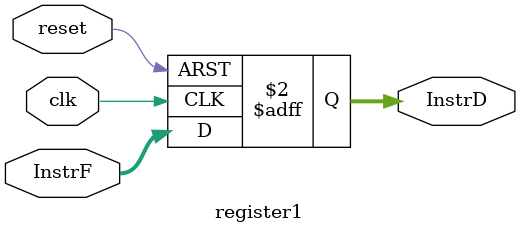
<source format=v>
module register1 (
    clk,
    reset,
    InstrF,
    InstrD
);
    input wire clk;
    input wire reset;
    
    input wire [31:0] InstrF;
    
    output reg [31:0] InstrD;

    always @(posedge clk, posedge reset) begin
        if (reset) begin
            InstrD <= 32'b0;
        end
        else begin
            InstrD <= InstrF;
        end
    end
endmodule
</source>
